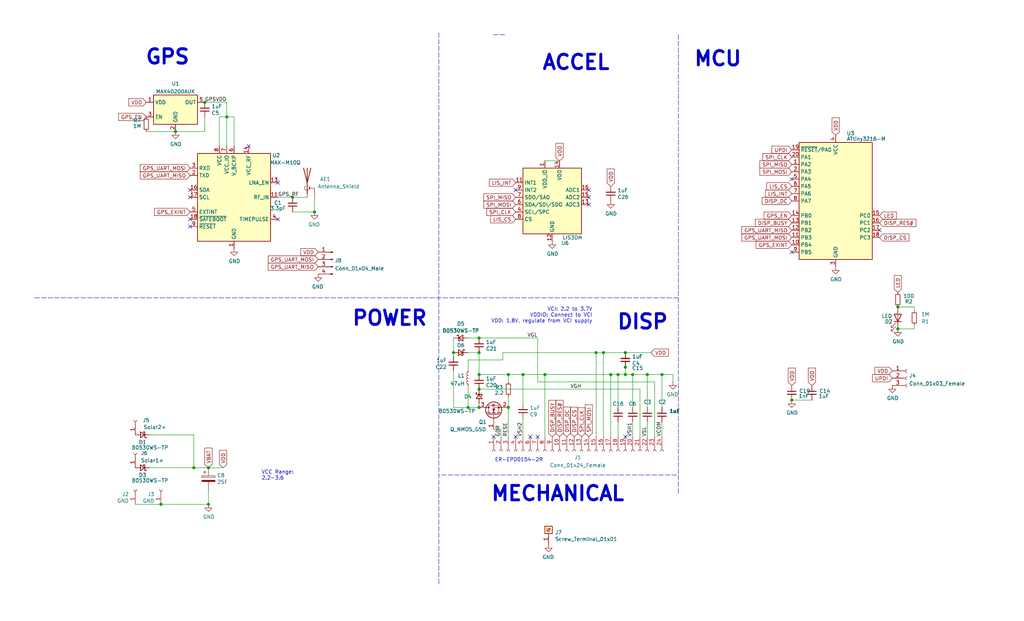
<source format=kicad_sch>
(kicad_sch (version 20211123) (generator eeschema)
  (paper "USLegal")
  (lib_symbols
    (symbol "Analog_Switch:MAX40200AUK"
      (property "Reference" "U" (at -6.35 6.35 0))
      (property "Value" "MAX40200AUK" (at 7.62 6.35 0))
      (symbol "MAX40200AUK_1_1"
        (rectangle (start -7.62 -5.08) (end 7.62 5.08) (stroke (width 0.254)) (fill (type background)))
        (pin power_in line (at -10.16 2.54 0) (length 2.54) (name "VDD") (number "1"))
        (pin power_in line (at 0 -7.62 90) (length 2.54) (name "GND") (number "2"))
        (pin input line (at -10.16 -2.54 0) (length 2.54) (name "EN") (number "3"))
        (pin no_connect line (at 7.62 -2.54 180) (length 2.54) hide (name "NC") (number "4"))
        (pin passive line (at 10.16 2.54 180) (length 2.54) (name "OUT") (number "5"))
      )
    )
    (symbol "Connector:Conn_01x01_Female" (pin_names (offset 1.016) hide)
      (property "Reference" "J" (at 0 2.54 0))
      (property "Value" "Conn_01x01_Female" (at 0 -2.54 0))
      (symbol "Conn_01x01_Female_1_1"
        (polyline (pts (xy -1.27 0) (xy -0.508 0)) (stroke (width 0.1524)))
        (arc (start 0 0.508) (mid -0.508 0) (end 0 -0.508) (stroke (width 0.1524)))
        (pin passive line (at -5.08 0 0) (length 3.81) (name "Pin_1") (number "1"))
      )
    )
    (symbol "Connector:Conn_01x03_Female" (pin_names (offset 1.016) hide)
      (property "Reference" "J" (at 0 5.08 0))
      (property "Value" "Conn_01x03_Female" (at 0 -5.08 0))
      (symbol "Conn_01x03_Female_1_1"
        (arc (start 0 -2.032) (mid -0.508 -2.54) (end 0 -3.048) (stroke (width 0.1524)))
        (polyline (pts (xy -1.27 -2.54) (xy -0.508 -2.54)) (stroke (width 0.1524)))
        (polyline (pts (xy -1.27 0) (xy -0.508 0)) (stroke (width 0.1524)))
        (polyline (pts (xy -1.27 2.54) (xy -0.508 2.54)) (stroke (width 0.1524)))
        (arc (start 0 0.508) (mid -0.508 0) (end 0 -0.508) (stroke (width 0.1524)))
        (arc (start 0 3.048) (mid -0.508 2.54) (end 0 2.032) (stroke (width 0.1524)))
        (pin passive line (at -5.08 2.54 0) (length 3.81) (name "Pin_1") (number "1"))
        (pin passive line (at -5.08 0 0) (length 3.81) (name "Pin_2") (number "2"))
        (pin passive line (at -5.08 -2.54 0) (length 3.81) (name "Pin_3") (number "3"))
      )
    )
    (symbol "Connector:Conn_01x04_Male" (pin_names (offset 1.016) hide)
      (property "Reference" "J" (at 0 5.08 0))
      (property "Value" "Conn_01x04_Male" (at 0 -7.62 0))
      (symbol "Conn_01x04_Male_1_1"
        (polyline (pts (xy 1.27 -5.08) (xy 0.8636 -5.08)) (stroke (width 0.1524)))
        (polyline (pts (xy 1.27 -2.54) (xy 0.8636 -2.54)) (stroke (width 0.1524)))
        (polyline (pts (xy 1.27 0) (xy 0.8636 0)) (stroke (width 0.1524)))
        (polyline (pts (xy 1.27 2.54) (xy 0.8636 2.54)) (stroke (width 0.1524)))
        (rectangle (start 0.8636 -4.953) (end 0 -5.207) (stroke (width 0.1524)) (fill (type outline)))
        (rectangle (start 0.8636 -2.413) (end 0 -2.667) (stroke (width 0.1524)) (fill (type outline)))
        (rectangle (start 0.8636 0.127) (end 0 -0.127) (stroke (width 0.1524)) (fill (type outline)))
        (rectangle (start 0.8636 2.667) (end 0 2.413) (stroke (width 0.1524)) (fill (type outline)))
        (pin passive line (at 5.08 2.54 180) (length 3.81) (name "Pin_1") (number "1"))
        (pin passive line (at 5.08 0 180) (length 3.81) (name "Pin_2") (number "2"))
        (pin passive line (at 5.08 -2.54 180) (length 3.81) (name "Pin_3") (number "3"))
        (pin passive line (at 5.08 -5.08 180) (length 3.81) (name "Pin_4") (number "4"))
      )
    )
    (symbol "Connector:Conn_01x24_Female" (pin_names (offset 1.016) hide)
      (property "Reference" "J" (at 0 30.48 0))
      (property "Value" "Conn_01x24_Female" (at 0 -33.02 0))
      (symbol "Conn_01x24_Female_1_1"
        (arc (start 0 -29.972) (mid -0.508 -30.48) (end 0 -30.988) (stroke (width 0.1524)))
        (arc (start 0 -27.432) (mid -0.508 -27.94) (end 0 -28.448) (stroke (width 0.1524)))
        (arc (start 0 -24.892) (mid -0.508 -25.4) (end 0 -25.908) (stroke (width 0.1524)))
        (arc (start 0 -22.352) (mid -0.508 -22.86) (end 0 -23.368) (stroke (width 0.1524)))
        (arc (start 0 -19.812) (mid -0.508 -20.32) (end 0 -20.828) (stroke (width 0.1524)))
        (arc (start 0 -17.272) (mid -0.508 -17.78) (end 0 -18.288) (stroke (width 0.1524)))
        (arc (start 0 -14.732) (mid -0.508 -15.24) (end 0 -15.748) (stroke (width 0.1524)))
        (arc (start 0 -12.192) (mid -0.508 -12.7) (end 0 -13.208) (stroke (width 0.1524)))
        (arc (start 0 -9.652) (mid -0.508 -10.16) (end 0 -10.668) (stroke (width 0.1524)))
        (arc (start 0 -7.112) (mid -0.508 -7.62) (end 0 -8.128) (stroke (width 0.1524)))
        (arc (start 0 -4.572) (mid -0.508 -5.08) (end 0 -5.588) (stroke (width 0.1524)))
        (arc (start 0 -2.032) (mid -0.508 -2.54) (end 0 -3.048) (stroke (width 0.1524)))
        (polyline (pts (xy -1.27 -30.48) (xy -0.508 -30.48)) (stroke (width 0.1524)))
        (polyline (pts (xy -1.27 -27.94) (xy -0.508 -27.94)) (stroke (width 0.1524)))
        (polyline (pts (xy -1.27 -25.4) (xy -0.508 -25.4)) (stroke (width 0.1524)))
        (polyline (pts (xy -1.27 -22.86) (xy -0.508 -22.86)) (stroke (width 0.1524)))
        (polyline (pts (xy -1.27 -20.32) (xy -0.508 -20.32)) (stroke (width 0.1524)))
        (polyline (pts (xy -1.27 -17.78) (xy -0.508 -17.78)) (stroke (width 0.1524)))
        (polyline (pts (xy -1.27 -15.24) (xy -0.508 -15.24)) (stroke (width 0.1524)))
        (polyline (pts (xy -1.27 -12.7) (xy -0.508 -12.7)) (stroke (width 0.1524)))
        (polyline (pts (xy -1.27 -10.16) (xy -0.508 -10.16)) (stroke (width 0.1524)))
        (polyline (pts (xy -1.27 -7.62) (xy -0.508 -7.62)) (stroke (width 0.1524)))
        (polyline (pts (xy -1.27 -5.08) (xy -0.508 -5.08)) (stroke (width 0.1524)))
        (polyline (pts (xy -1.27 -2.54) (xy -0.508 -2.54)) (stroke (width 0.1524)))
        (polyline (pts (xy -1.27 0) (xy -0.508 0)) (stroke (width 0.1524)))
        (polyline (pts (xy -1.27 2.54) (xy -0.508 2.54)) (stroke (width 0.1524)))
        (polyline (pts (xy -1.27 5.08) (xy -0.508 5.08)) (stroke (width 0.1524)))
        (polyline (pts (xy -1.27 7.62) (xy -0.508 7.62)) (stroke (width 0.1524)))
        (polyline (pts (xy -1.27 10.16) (xy -0.508 10.16)) (stroke (width 0.1524)))
        (polyline (pts (xy -1.27 12.7) (xy -0.508 12.7)) (stroke (width 0.1524)))
        (polyline (pts (xy -1.27 15.24) (xy -0.508 15.24)) (stroke (width 0.1524)))
        (polyline (pts (xy -1.27 17.78) (xy -0.508 17.78)) (stroke (width 0.1524)))
        (polyline (pts (xy -1.27 20.32) (xy -0.508 20.32)) (stroke (width 0.1524)))
        (polyline (pts (xy -1.27 22.86) (xy -0.508 22.86)) (stroke (width 0.1524)))
        (polyline (pts (xy -1.27 25.4) (xy -0.508 25.4)) (stroke (width 0.1524)))
        (polyline (pts (xy -1.27 27.94) (xy -0.508 27.94)) (stroke (width 0.1524)))
        (arc (start 0 0.508) (mid -0.508 0) (end 0 -0.508) (stroke (width 0.1524)))
        (arc (start 0 3.048) (mid -0.508 2.54) (end 0 2.032) (stroke (width 0.1524)))
        (arc (start 0 5.588) (mid -0.508 5.08) (end 0 4.572) (stroke (width 0.1524)))
        (arc (start 0 8.128) (mid -0.508 7.62) (end 0 7.112) (stroke (width 0.1524)))
        (arc (start 0 10.668) (mid -0.508 10.16) (end 0 9.652) (stroke (width 0.1524)))
        (arc (start 0 13.208) (mid -0.508 12.7) (end 0 12.192) (stroke (width 0.1524)))
        (arc (start 0 15.748) (mid -0.508 15.24) (end 0 14.732) (stroke (width 0.1524)))
        (arc (start 0 18.288) (mid -0.508 17.78) (end 0 17.272) (stroke (width 0.1524)))
        (arc (start 0 20.828) (mid -0.508 20.32) (end 0 19.812) (stroke (width 0.1524)))
        (arc (start 0 23.368) (mid -0.508 22.86) (end 0 22.352) (stroke (width 0.1524)))
        (arc (start 0 25.908) (mid -0.508 25.4) (end 0 24.892) (stroke (width 0.1524)))
        (arc (start 0 28.448) (mid -0.508 27.94) (end 0 27.432) (stroke (width 0.1524)))
        (pin passive line (at -5.08 27.94 0) (length 3.81) (name "Pin_1") (number "1"))
        (pin passive line (at -5.08 5.08 0) (length 3.81) (name "Pin_10") (number "10"))
        (pin passive line (at -5.08 2.54 0) (length 3.81) (name "Pin_11") (number "11"))
        (pin passive line (at -5.08 0 0) (length 3.81) (name "Pin_12") (number "12"))
        (pin passive line (at -5.08 -2.54 0) (length 3.81) (name "Pin_13") (number "13"))
        (pin passive line (at -5.08 -5.08 0) (length 3.81) (name "Pin_14") (number "14"))
        (pin passive line (at -5.08 -7.62 0) (length 3.81) (name "Pin_15") (number "15"))
        (pin passive line (at -5.08 -10.16 0) (length 3.81) (name "Pin_16") (number "16"))
        (pin passive line (at -5.08 -12.7 0) (length 3.81) (name "Pin_17") (number "17"))
        (pin passive line (at -5.08 -15.24 0) (length 3.81) (name "Pin_18") (number "18"))
        (pin passive line (at -5.08 -17.78 0) (length 3.81) (name "Pin_19") (number "19"))
        (pin passive line (at -5.08 25.4 0) (length 3.81) (name "Pin_2") (number "2"))
        (pin passive line (at -5.08 -20.32 0) (length 3.81) (name "Pin_20") (number "20"))
        (pin passive line (at -5.08 -22.86 0) (length 3.81) (name "Pin_21") (number "21"))
        (pin passive line (at -5.08 -25.4 0) (length 3.81) (name "Pin_22") (number "22"))
        (pin passive line (at -5.08 -27.94 0) (length 3.81) (name "Pin_23") (number "23"))
        (pin passive line (at -5.08 -30.48 0) (length 3.81) (name "Pin_24") (number "24"))
        (pin passive line (at -5.08 22.86 0) (length 3.81) (name "Pin_3") (number "3"))
        (pin passive line (at -5.08 20.32 0) (length 3.81) (name "Pin_4") (number "4"))
        (pin passive line (at -5.08 17.78 0) (length 3.81) (name "Pin_5") (number "5"))
        (pin passive line (at -5.08 15.24 0) (length 3.81) (name "Pin_6") (number "6"))
        (pin passive line (at -5.08 12.7 0) (length 3.81) (name "Pin_7") (number "7"))
        (pin passive line (at -5.08 10.16 0) (length 3.81) (name "Pin_8") (number "8"))
        (pin passive line (at -5.08 7.62 0) (length 3.81) (name "Pin_9") (number "9"))
      )
    )
    (symbol "Connector:Screw_Terminal_01x01" (pin_names (offset 1.016) hide)
      (property "Reference" "J" (at 0 2.54 0))
      (property "Value" "Screw_Terminal_01x01" (at 0 -2.54 0))
      (symbol "Screw_Terminal_01x01_1_1"
        (rectangle (start -1.27 1.27) (end 1.27 -1.27) (stroke (width 0.254)) (fill (type background)))
        (polyline (pts (xy -0.5334 0.3302) (xy 0.3302 -0.508)) (stroke (width 0.1524)))
        (polyline (pts (xy -0.3556 0.508) (xy 0.508 -0.3302)) (stroke (width 0.1524)))
        (circle (center 0 0) (radius 0.635) (stroke (width 0.1524)))
        (pin passive line (at -5.08 0 0) (length 3.81) (name "Pin_1") (number "1"))
      )
    )
    (symbol "Device:Antenna_Shield" (pin_numbers hide) (pin_names (offset 1.016) hide)
      (property "Reference" "AE" (at -1.905 4.445 0))
      (property "Value" "Antenna_Shield" (at -1.905 2.54 0))
      (symbol "Antenna_Shield_0_1"
        (arc (start -0.508 -1.143) (mid -0.8485 -2.1032) (end 0 -2.667))
        (arc (start 0 -2.667) (mid 0.8047 -2.0885) (end 0.508 -1.143))
        (polyline (pts (xy 0 -2.54) (xy 0 0)))
        (polyline (pts (xy 0 5.08) (xy 0 -3.81)) (stroke (width 0.254)))
        (polyline (pts (xy 0.762 -1.905) (xy 2.54 -1.905)))
        (polyline (pts (xy 2.54 -2.54) (xy 2.54 -1.905)))
        (polyline (pts (xy 1.27 5.08) (xy 0 0) (xy -1.27 5.08)) (stroke (width 0.254)))
        (circle (center 0.762 -1.905) (radius 0.1778) (fill (type outline)))
      )
      (symbol "Antenna_Shield_1_1"
        (pin input line (at 0 -5.08 90) (length 2.54) (name "A") (number "1"))
        (pin input line (at 2.54 -5.08 90) (length 2.54) (name "Shield") (number "2"))
      )
    )
    (symbol "Device:CP" (pin_numbers hide) (pin_names (offset 0.254))
      (property "Reference" "C" (at 0.635 2.54 0))
      (property "Value" "Device_CP" (at 0.635 -2.54 0))
      (symbol "CP_0_1"
        (rectangle (start -2.286 0.508) (end 2.286 1.016))
        (polyline (pts (xy -1.778 2.286) (xy -0.762 2.286)))
        (polyline (pts (xy -1.27 2.794) (xy -1.27 1.778)))
        (rectangle (start 2.286 -0.508) (end -2.286 -1.016) (fill (type outline)))
      )
      (symbol "CP_1_1"
        (pin passive line (at 0 3.81 270) (length 2.794) (name "~") (number "1"))
        (pin passive line (at 0 -3.81 90) (length 2.794) (name "~") (number "2"))
      )
    )
    (symbol "Device:C_Small" (pin_numbers hide) (pin_names (offset 0.254) hide)
      (property "Reference" "C" (at 0.254 1.778 0))
      (property "Value" "C_Small" (at 0.254 -2.032 0))
      (symbol "C_Small_0_1"
        (polyline (pts (xy -1.524 -0.508) (xy 1.524 -0.508)) (stroke (width 0.3302)))
        (polyline (pts (xy -1.524 0.508) (xy 1.524 0.508)) (stroke (width 0.3048)))
      )
      (symbol "C_Small_1_1"
        (pin passive line (at 0 2.54 270) (length 2.032) (name "~") (number "1"))
        (pin passive line (at 0 -2.54 90) (length 2.032) (name "~") (number "2"))
      )
    )
    (symbol "Device:D_Schottky_Small" (pin_numbers hide) (pin_names (offset 0.254) hide)
      (property "Reference" "D" (at -1.27 2.032 0))
      (property "Value" "D_Schottky_Small" (at -7.112 -2.032 0))
      (symbol "D_Schottky_Small_0_1"
        (polyline (pts (xy -0.762 0) (xy 0.762 0)))
        (polyline (pts (xy 0.762 -1.016) (xy -0.762 0) (xy 0.762 1.016) (xy 0.762 -1.016)) (stroke (width 0.254)))
        (polyline (pts (xy -1.27 0.762) (xy -1.27 1.016) (xy -0.762 1.016) (xy -0.762 -1.016) (xy -0.254 -1.016) (xy -0.254 -0.762)) (stroke (width 0.254)))
      )
      (symbol "D_Schottky_Small_1_1"
        (pin passive line (at -2.54 0 0) (length 1.778) (name "K") (number "1"))
        (pin passive line (at 2.54 0 180) (length 1.778) (name "A") (number "2"))
      )
    )
    (symbol "Device:LED" (pin_numbers hide) (pin_names (offset 1.016) hide)
      (property "Reference" "D" (at 0 2.54 0))
      (property "Value" "LED" (at 0 -2.54 0))
      (symbol "LED_0_1"
        (polyline (pts (xy -1.27 -1.27) (xy -1.27 1.27)) (stroke (width 0.254)))
        (polyline (pts (xy -1.27 0) (xy 1.27 0)))
        (polyline (pts (xy 1.27 -1.27) (xy 1.27 1.27) (xy -1.27 0) (xy 1.27 -1.27)) (stroke (width 0.254)))
        (polyline (pts (xy -3.048 -0.762) (xy -4.572 -2.286) (xy -3.81 -2.286) (xy -4.572 -2.286) (xy -4.572 -1.524)))
        (polyline (pts (xy -1.778 -0.762) (xy -3.302 -2.286) (xy -2.54 -2.286) (xy -3.302 -2.286) (xy -3.302 -1.524)))
      )
      (symbol "LED_1_1"
        (pin passive line (at -3.81 0 0) (length 2.54) (name "K") (number "1"))
        (pin passive line (at 3.81 0 180) (length 2.54) (name "A") (number "2"))
      )
    )
    (symbol "Device:L_Small" (pin_numbers hide) (pin_names (offset 0.254) hide)
      (property "Reference" "L" (at 0.762 1.016 0))
      (property "Value" "L_Small" (at 0.762 -1.016 0))
      (symbol "L_Small_0_1"
        (arc (start 0 -2.032) (mid 0.508 -1.524) (end 0 -1.016))
        (arc (start 0 -1.016) (mid 0.508 -0.508) (end 0 0))
        (arc (start 0 0) (mid 0.508 0.508) (end 0 1.016))
        (arc (start 0 1.016) (mid 0.508 1.524) (end 0 2.032))
      )
      (symbol "L_Small_1_1"
        (pin passive line (at 0 2.54 270) (length 0.508) (name "~") (number "1"))
        (pin passive line (at 0 -2.54 90) (length 0.508) (name "~") (number "2"))
      )
    )
    (symbol "Device:Q_NMOS_GSD" (pin_names (offset 0) hide)
      (property "Reference" "Q" (at 5.08 1.27 0))
      (property "Value" "Q_NMOS_GSD" (at 5.08 -1.27 0))
      (symbol "Q_NMOS_GSD_0_1"
        (polyline (pts (xy 0.254 0) (xy -2.54 0)))
        (polyline (pts (xy 0.254 1.905) (xy 0.254 -1.905)) (stroke (width 0.254)))
        (polyline (pts (xy 0.762 -1.27) (xy 0.762 -2.286)) (stroke (width 0.254)))
        (polyline (pts (xy 0.762 0.508) (xy 0.762 -0.508)) (stroke (width 0.254)))
        (polyline (pts (xy 0.762 2.286) (xy 0.762 1.27)) (stroke (width 0.254)))
        (polyline (pts (xy 2.54 2.54) (xy 2.54 1.778)))
        (polyline (pts (xy 2.54 -2.54) (xy 2.54 0) (xy 0.762 0)))
        (polyline (pts (xy 0.762 -1.778) (xy 3.302 -1.778) (xy 3.302 1.778) (xy 0.762 1.778)))
        (polyline (pts (xy 1.016 0) (xy 2.032 0.381) (xy 2.032 -0.381) (xy 1.016 0)) (fill (type outline)))
        (polyline (pts (xy 2.794 0.508) (xy 2.921 0.381) (xy 3.683 0.381) (xy 3.81 0.254)))
        (polyline (pts (xy 3.302 0.381) (xy 2.921 -0.254) (xy 3.683 -0.254) (xy 3.302 0.381)))
        (circle (center 1.651 0) (radius 2.794) (stroke (width 0.254)))
        (circle (center 2.54 -1.778) (radius 0.254) (fill (type outline)))
        (circle (center 2.54 1.778) (radius 0.254) (fill (type outline)))
      )
      (symbol "Q_NMOS_GSD_1_1"
        (pin input line (at -5.08 0 0) (length 2.54) (name "G") (number "1"))
        (pin passive line (at 2.54 -5.08 90) (length 2.54) (name "S") (number "2"))
        (pin passive line (at 2.54 5.08 270) (length 2.54) (name "D") (number "3"))
      )
    )
    (symbol "Device:R_Small" (pin_numbers hide) (pin_names (offset 0.254) hide)
      (property "Reference" "R" (at 0.762 0.508 0))
      (property "Value" "R_Small" (at 0.762 -1.016 0))
      (symbol "R_Small_0_1"
        (rectangle (start -0.762 1.778) (end 0.762 -1.778) (stroke (width 0.2032)))
      )
      (symbol "R_Small_1_1"
        (pin passive line (at 0 2.54 270) (length 0.762) (name "~") (number "1"))
        (pin passive line (at 0 -2.54 90) (length 0.762) (name "~") (number "2"))
      )
    )
    (symbol "MCU_Microchip_ATtiny:ATtiny3216-M"
      (property "Reference" "U" (at -12.7 21.59 0))
      (property "Value" "ATtiny3216-M" (at 2.54 -21.59 0))
      (symbol "ATtiny3216-M_0_1"
        (rectangle (start -12.7 -20.32) (end 12.7 20.32) (stroke (width 0.254)) (fill (type background)))
      )
      (symbol "ATtiny3216-M_1_1"
        (pin bidirectional line (at 15.24 12.7 180) (length 2.54) (name "PA2") (number "1"))
        (pin bidirectional line (at 15.24 -15.24 180) (length 2.54) (name "PB4") (number "10"))
        (pin bidirectional line (at 15.24 -12.7 180) (length 2.54) (name "PB3") (number "11"))
        (pin bidirectional line (at 15.24 -10.16 180) (length 2.54) (name "PB2") (number "12"))
        (pin bidirectional line (at 15.24 -7.62 180) (length 2.54) (name "PB1") (number "13"))
        (pin bidirectional line (at 15.24 -5.08 180) (length 2.54) (name "PB0") (number "14"))
        (pin bidirectional line (at -15.24 -5.08 0) (length 2.54) (name "PC0") (number "15"))
        (pin bidirectional line (at -15.24 -7.62 0) (length 2.54) (name "PC1") (number "16"))
        (pin bidirectional line (at -15.24 -10.16 0) (length 2.54) (name "PC2") (number "17"))
        (pin bidirectional line (at -15.24 -12.7 0) (length 2.54) (name "PC3") (number "18"))
        (pin bidirectional line (at 15.24 17.78 180) (length 2.54) (name "~{RESET}/PA0") (number "19"))
        (pin bidirectional line (at 15.24 10.16 180) (length 2.54) (name "PA3") (number "2"))
        (pin bidirectional line (at 15.24 15.24 180) (length 2.54) (name "PA1") (number "20"))
        (pin passive line (at 0 -22.86 90) (length 2.54) hide (name "GND") (number "21"))
        (pin power_in line (at 0 -22.86 90) (length 2.54) (name "GND") (number "3"))
        (pin power_in line (at 0 22.86 270) (length 2.54) (name "VCC") (number "4"))
        (pin bidirectional line (at 15.24 7.62 180) (length 2.54) (name "PA4") (number "5"))
        (pin bidirectional line (at 15.24 5.08 180) (length 2.54) (name "PA5") (number "6"))
        (pin bidirectional line (at 15.24 2.54 180) (length 2.54) (name "PA6") (number "7"))
        (pin bidirectional line (at 15.24 0 180) (length 2.54) (name "PA7") (number "8"))
        (pin bidirectional line (at 15.24 -17.78 180) (length 2.54) (name "PB5") (number "9"))
      )
    )
    (symbol "RF_GPS:MAX-M8Q"
      (property "Reference" "U" (at -10.16 16.51 0))
      (property "Value" "MAX-M8Q" (at 11.43 16.51 0))
      (symbol "MAX-M8Q_0_1"
        (rectangle (start 12.7 15.24) (end -12.7 -15.24) (stroke (width 0.254)) (fill (type background)))
      )
      (symbol "MAX-M8Q_1_1"
        (pin power_in line (at 0 -17.78 90) (length 2.54) (name "GND") (number "1"))
        (pin passive line (at 0 -17.78 90) (length 2.54) hide (name "GND") (number "10"))
        (pin input line (at 15.24 0 180) (length 2.54) (name "RF_IN") (number "11"))
        (pin passive line (at 0 -17.78 90) (length 2.54) hide (name "GND") (number "12"))
        (pin output line (at 15.24 5.08 180) (length 2.54) (name "LNA_EN") (number "13"))
        (pin power_out line (at 5.08 17.78 270) (length 2.54) (name "VCC_RF") (number "14"))
        (pin no_connect line (at 12.7 -5.08 180) (length 2.54) hide (name "Reserved") (number "15"))
        (pin bidirectional line (at -15.24 2.54 0) (length 2.54) (name "SDA") (number "16"))
        (pin input line (at -15.24 0 0) (length 2.54) (name "SCL") (number "17"))
        (pin input line (at -15.24 -7.62 0) (length 2.54) (name "~{SAFEBOOT}") (number "18"))
        (pin output line (at -15.24 7.62 0) (length 2.54) (name "TXD") (number "2"))
        (pin input line (at -15.24 10.16 0) (length 2.54) (name "RXD") (number "3"))
        (pin output line (at 15.24 -7.62 180) (length 2.54) (name "TIMEPULSE") (number "4"))
        (pin input line (at -15.24 -5.08 0) (length 2.54) (name "EXTINT") (number "5"))
        (pin power_in line (at 0 17.78 270) (length 2.54) (name "V_BCKP") (number "6"))
        (pin power_in line (at -2.54 17.78 270) (length 2.54) (name "VCC_IO") (number "7"))
        (pin power_in line (at -5.08 17.78 270) (length 2.54) (name "VCC") (number "8"))
        (pin input line (at -15.24 -10.16 0) (length 2.54) (name "~{RESET}") (number "9"))
      )
    )
    (symbol "Sensor_Motion:LIS3DH"
      (property "Reference" "U" (at -7.62 11.43 0))
      (property "Value" "LIS3DH" (at 6.35 11.43 0))
      (symbol "LIS3DH_0_1"
        (rectangle (start -10.16 10.16) (end 10.16 -12.7) (stroke (width 0.254)) (fill (type background)))
      )
      (symbol "LIS3DH_1_1"
        (pin power_in line (at -2.54 12.7 270) (length 2.54) (name "VDD_IO") (number "1"))
        (pin passive line (at 0 -15.24 90) (length 2.54) hide (name "GND") (number "10"))
        (pin output line (at -12.7 5.08 0) (length 2.54) (name "INT1") (number "11"))
        (pin power_in line (at 0 -15.24 90) (length 2.54) (name "GND") (number "12"))
        (pin input line (at 12.7 -2.54 180) (length 2.54) (name "ADC3") (number "13"))
        (pin power_in line (at 2.54 12.7 270) (length 2.54) (name "VDD") (number "14"))
        (pin input line (at 12.7 0 180) (length 2.54) (name "ADC2") (number "15"))
        (pin input line (at 12.7 2.54 180) (length 2.54) (name "ADC1") (number "16"))
        (pin no_connect line (at 10.16 5.08 180) (length 2.54) hide (name "NC") (number "2"))
        (pin no_connect line (at 10.16 7.62 180) (length 2.54) hide (name "NC") (number "3"))
        (pin input line (at -12.7 -5.08 0) (length 2.54) (name "SCL/SPC") (number "4"))
        (pin passive line (at 0 -15.24 90) (length 2.54) hide (name "GND") (number "5"))
        (pin bidirectional line (at -12.7 -2.54 0) (length 2.54) (name "SDA/SDI/SDO") (number "6"))
        (pin bidirectional line (at -12.7 0 0) (length 2.54) (name "SDO/SA0") (number "7"))
        (pin input line (at -12.7 -7.62 0) (length 2.54) (name "CS") (number "8"))
        (pin output line (at -12.7 2.54 0) (length 2.54) (name "INT2") (number "9"))
      )
    )
    (symbol "power:GND" (power) (pin_names (offset 0))
      (property "Value" "GND" (at 0 -3.81 0))
      (symbol "GND_0_1"
        (polyline (pts (xy 0 0) (xy 0 -1.27) (xy 1.27 -1.27) (xy 0 -2.54) (xy -1.27 -1.27) (xy 0 -1.27)))
      )
      (symbol "GND_1_1"
        (pin power_in line (at 0 0 270) (length 0) hide (name "GND") (number "1"))
      )
    )
  )
  (junction (at 274.955 139.065))
  (junction (at 176.53 141.605))
  (junction (at 229.87 130.175))
  (junction (at 217.17 130.175))
  (junction (at 166.37 122.555))
  (junction (at 157.48 122.555))
  (junction (at 166.37 130.175))
  (junction (at 189.23 130.175))
  (junction (at 162.56 141.605))
  (junction (at 217.17 127.635))
  (junction (at 207.01 122.555))
  (junction (at 101.6 68.58))
  (junction (at 72.39 162.56))
  (junction (at 166.37 117.475))
  (junction (at 176.53 130.175))
  (junction (at 209.55 122.555))
  (junction (at 214.63 130.175))
  (junction (at 78.74 40.64))
  (junction (at 219.71 130.175))
  (junction (at 72.39 175.26))
  (junction (at 109.22 73.66))
  (junction (at 311.785 106.68))
  (junction (at 224.79 130.175))
  (junction (at 181.61 130.175))
  (junction (at 166.37 135.255))
  (junction (at 71.12 35.56))
  (junction (at 60.96 45.72))
  (junction (at 67.31 162.56))
  (junction (at 311.785 114.3))
  (junction (at 55.88 175.26))
  (junction (at 217.17 122.555))
  (junction (at 166.37 141.605))
  (junction (at 212.09 130.175))
  (no_connect (at 66.04 68.58))
  (no_connect (at 96.52 63.5))
  (no_connect (at 171.45 151.765))
  (no_connect (at 86.36 50.8))
  (no_connect (at 184.15 151.765))
  (no_connect (at 186.69 151.765))
  (no_connect (at 66.04 76.2))
  (no_connect (at 204.47 71.12))
  (no_connect (at 204.47 68.58))
  (no_connect (at 305.435 80.01))
  (no_connect (at 274.955 87.63))
  (no_connect (at 179.07 66.04))
  (no_connect (at 274.955 62.23))
  (no_connect (at 204.47 66.04))
  (no_connect (at 66.04 78.74))
  (no_connect (at 179.07 151.765))
  (no_connect (at 217.17 151.765))
  (no_connect (at 66.04 66.04))
  (no_connect (at 96.52 76.2))
  (wire (pts (xy 217.17 122.555) (xy 209.55 122.555)))
  (wire (pts (xy 174.625 122.555) (xy 174.625 125.095)))
  (wire (pts (xy 233.68 130.175) (xy 229.87 130.175)))
  (wire (pts (xy 186.69 132.715) (xy 227.33 132.715)))
  (wire (pts (xy 311.785 106.68) (xy 317.5 106.68)))
  (wire (pts (xy 207.01 151.765) (xy 207.01 122.555)))
  (wire (pts (xy 317.5 106.68) (xy 317.5 107.95)))
  (wire (pts (xy 209.55 122.555) (xy 207.01 122.555)))
  (wire (pts (xy 72.39 162.56) (xy 77.47 162.56)))
  (wire (pts (xy 229.87 130.175) (xy 229.87 141.605)))
  (wire (pts (xy 101.6 73.66) (xy 109.22 73.66)))
  (wire (pts (xy 173.99 149.225) (xy 173.99 151.765)))
  (wire (pts (xy 78.74 35.56) (xy 71.12 35.56)))
  (wire (pts (xy 214.63 130.175) (xy 212.09 130.175)))
  (wire (pts (xy 166.37 141.605) (xy 166.37 140.335)))
  (wire (pts (xy 55.88 175.26) (xy 72.39 175.26)))
  (wire (pts (xy 207.01 122.555) (xy 174.625 122.555)))
  (wire (pts (xy 212.09 130.175) (xy 189.23 130.175)))
  (wire (pts (xy 171.45 149.225) (xy 173.99 149.225)))
  (wire (pts (xy 176.53 130.175) (xy 176.53 132.715)))
  (wire (pts (xy 50.8 45.72) (xy 60.96 45.72)))
  (wire (pts (xy 219.71 130.175) (xy 217.17 130.175)))
  (wire (pts (xy 157.48 117.475) (xy 157.48 122.555)))
  (wire (pts (xy 233.68 130.175) (xy 233.68 132.715)))
  (wire (pts (xy 157.48 141.605) (xy 162.56 141.605)))
  (wire (pts (xy 72.39 162.56) (xy 67.31 162.56)))
  (wire (pts (xy 181.61 130.175) (xy 181.61 140.335)))
  (wire (pts (xy 209.55 122.555) (xy 209.55 151.765)))
  (wire (pts (xy 166.37 117.475) (xy 162.56 117.475)))
  (polyline (pts (xy 12.065 103.505) (xy 235.585 103.505)))
  (wire (pts (xy 52.07 151.13) (xy 67.31 151.13)))
  (wire (pts (xy 166.37 122.555) (xy 166.37 130.175)))
  (wire (pts (xy 81.28 50.8) (xy 81.28 40.64)))
  (wire (pts (xy 224.79 146.685) (xy 224.79 151.765)))
  (wire (pts (xy 166.37 117.475) (xy 186.69 117.475)))
  (wire (pts (xy 217.17 127.635) (xy 217.17 130.175)))
  (wire (pts (xy 78.74 40.64) (xy 76.2 40.64)))
  (wire (pts (xy 219.71 130.175) (xy 219.71 141.605)))
  (wire (pts (xy 96.52 68.58) (xy 101.6 68.58)))
  (wire (pts (xy 186.69 117.475) (xy 186.69 132.715)))
  (wire (pts (xy 274.955 139.065) (xy 281.94 139.065)))
  (wire (pts (xy 189.23 130.175) (xy 181.61 130.175)))
  (wire (pts (xy 46.99 175.26) (xy 55.88 175.26)))
  (polyline (pts (xy 234.95 165.1) (xy 152.4 165.1)))
  (wire (pts (xy 229.87 130.175) (xy 224.79 130.175)))
  (wire (pts (xy 227.33 151.765) (xy 227.33 132.715)))
  (wire (pts (xy 109.22 73.66) (xy 109.22 68.58)))
  (wire (pts (xy 52.07 162.56) (xy 67.31 162.56)))
  (wire (pts (xy 67.31 151.13) (xy 67.31 162.56)))
  (wire (pts (xy 76.2 40.64) (xy 76.2 50.8)))
  (wire (pts (xy 219.71 146.685) (xy 219.71 151.765)))
  (polyline (pts (xy 235.585 171.45) (xy 235.585 12.065)))
  (wire (pts (xy 71.12 45.72) (xy 71.12 40.64)))
  (polyline (pts (xy 152.4 11.43) (xy 152.4 203.2)))
  (wire (pts (xy 214.63 130.175) (xy 214.63 141.605)))
  (wire (pts (xy 217.17 130.175) (xy 214.63 130.175)))
  (wire (pts (xy 181.61 130.175) (xy 176.53 130.175)))
  (wire (pts (xy 189.23 130.175) (xy 189.23 151.765)))
  (wire (pts (xy 81.28 40.64) (xy 78.74 40.64)))
  (wire (pts (xy 157.48 128.905) (xy 157.48 141.605)))
  (wire (pts (xy 222.25 135.255) (xy 222.25 151.765)))
  (wire (pts (xy 162.56 125.095) (xy 162.56 128.905)))
  (polyline (pts (xy 175.26 12.065) (xy 171.45 12.065)))
  (wire (pts (xy 229.87 146.685) (xy 229.87 151.765)))
  (wire (pts (xy 166.37 130.175) (xy 176.53 130.175)))
  (wire (pts (xy 222.25 135.255) (xy 166.37 135.255)))
  (wire (pts (xy 226.06 122.555) (xy 217.17 122.555)))
  (wire (pts (xy 78.74 35.56) (xy 78.74 40.64)))
  (wire (pts (xy 166.37 122.555) (xy 162.56 122.555)))
  (wire (pts (xy 157.48 122.555) (xy 157.48 123.825)))
  (wire (pts (xy 311.785 114.3) (xy 317.5 114.3)))
  (wire (pts (xy 317.5 114.3) (xy 317.5 113.03)))
  (wire (pts (xy 176.53 141.605) (xy 176.53 151.765)))
  (wire (pts (xy 212.09 130.175) (xy 212.09 151.765)))
  (wire (pts (xy 162.56 133.985) (xy 162.56 141.605)))
  (wire (pts (xy 166.37 141.605) (xy 162.56 141.605)))
  (wire (pts (xy 194.31 55.88) (xy 189.23 55.88)))
  (wire (pts (xy 60.96 45.72) (xy 71.12 45.72)))
  (wire (pts (xy 72.39 170.18) (xy 72.39 175.26)))
  (wire (pts (xy 181.61 145.415) (xy 181.61 151.765)))
  (wire (pts (xy 174.625 125.095) (xy 162.56 125.095)))
  (wire (pts (xy 101.6 68.58) (xy 106.68 68.58)))
  (wire (pts (xy 176.53 137.795) (xy 176.53 141.605)))
  (wire (pts (xy 214.63 146.685) (xy 214.63 151.765)))
  (wire (pts (xy 78.74 40.64) (xy 78.74 50.8)))
  (wire (pts (xy 224.79 130.175) (xy 219.71 130.175)))
  (wire (pts (xy 224.79 130.175) (xy 224.79 141.605)))
  (text "GPS" (at 50.165 22.86 0) (effects (font (size 5.0038 5.0038) (thickness 1.0008) bold) (justify left bottom)))
  (text "VCC Range:\n2.2-3.6" (at 90.805 167.005 0) (effects (font (size 1.27 1.27)) (justify left bottom)))
  (text "MCU" (at 240.665 23.495 0) (effects (font (size 5.0038 5.0038) (thickness 1.0008) bold) (justify left bottom)))
  (text "ACCEL" (at 187.96 24.765 0) (effects (font (size 5.0038 5.0038) (thickness 1.0008) bold) (justify left bottom)))
  (text "ER-EPD0154-2R" (at 188.595 160.655 180) (effects (font (size 1.27 1.27)) (justify right bottom)))
  (text "DISP" (at 232.41 114.935 180) (effects (font (size 5.0038 5.0038) (thickness 1.0008) bold) (justify right bottom)))
  (text "POWER" (at 121.92 113.665 0) (effects (font (size 5.0038 5.0038) (thickness 1.0008) bold) (justify left bottom)))
  (text "MECHANICAL" (at 170.18 174.625 0) (effects (font (size 5.0038 5.0038) (thickness 1.0008) bold) (justify left bottom)))
  (text "VCI: 2.2 to 3.7V\nVDDIO: Connect to VCI\nVDD: 1.8V, regulate from VCI supply" (at 205.74 112.395 0) (effects (font (size 1.27 1.27)) (justify right bottom)))
  (label "VSL" (at 224.79 151.765 90))
  (label "VSH2" (at 181.61 151.765 90))
  (label "GPSVDD" (at 71.12 35.56 0))
  (label "GPS_RF" (at 96.52 68.58 0))
  (label "VCOM" (at 229.87 151.765 90))
  (label "GDR" (at 173.99 151.765 90))
  (label "VGL" (at 186.69 117.475 180))
  (label "RESE" (at 176.53 151.765 90))
  (label "VSH1" (at 219.71 151.765 90))
  (label "VGH" (at 201.93 135.255 180))
  (global_label "SPI_MOSI" (shape input) (at 179.07 71.12 180) (property "Intersheet References" "${INTERSHEET_REFS}" (effects hide)))
  (global_label "DISP_DC" (shape input) (at 274.955 69.85 180) (property "Intersheet References" "${INTERSHEET_REFS}" (effects hide)))
  (global_label "VBAT" (shape input) (at 72.39 162.56 90) (property "Intersheet References" "${INTERSHEET_REFS}" (effects hide)))
  (global_label "LIS_CS" (shape input) (at 274.955 64.77 180) (property "Intersheet References" "${INTERSHEET_REFS}" (effects hide)))
  (global_label "SPI_MOSI" (shape input) (at 204.47 151.765 90) (property "Intersheet References" "${INTERSHEET_REFS}" (effects hide)))
  (global_label "VDD" (shape input) (at 50.8 35.56 180) (property "Intersheet References" "${INTERSHEET_REFS}" (effects hide)))
  (global_label "GPS_UART_MISO" (shape input) (at 110.49 92.71 180) (property "Intersheet References" "${INTERSHEET_REFS}" (effects hide)))
  (global_label "VDD" (shape input) (at 110.49 87.63 180) (property "Intersheet References" "${INTERSHEET_REFS}" (effects hide)))
  (global_label "VDD" (shape input) (at 309.88 128.905 180) (property "Intersheet References" "${INTERSHEET_REFS}" (effects hide)))
  (global_label "DISP_DC" (shape input) (at 196.85 151.765 90) (property "Intersheet References" "${INTERSHEET_REFS}" (effects hide)))
  (global_label "GPS_UART_MOSI" (shape input) (at 66.04 58.42 180) (property "Intersheet References" "${INTERSHEET_REFS}" (effects hide)))
  (global_label "UPDI" (shape input) (at 274.955 52.07 180) (property "Intersheet References" "${INTERSHEET_REFS}" (effects hide)))
  (global_label "LED" (shape input) (at 305.435 74.93 0) (property "Intersheet References" "${INTERSHEET_REFS}" (effects hide)))
  (global_label "GPS_EN" (shape input) (at 274.955 74.93 180) (property "Intersheet References" "${INTERSHEET_REFS}" (effects hide)))
  (global_label "GPS_UART_MISO" (shape input) (at 274.955 80.01 180) (property "Intersheet References" "${INTERSHEET_REFS}" (effects hide)))
  (global_label "GPS_UART_MOSI" (shape input) (at 274.955 82.55 180) (property "Intersheet References" "${INTERSHEET_REFS}" (effects hide)))
  (global_label "GPS_UART_MISO" (shape input) (at 66.04 60.96 180) (property "Intersheet References" "${INTERSHEET_REFS}" (effects hide)))
  (global_label "DISP_RES#" (shape input) (at 305.435 77.47 0) (property "Intersheet References" "${INTERSHEET_REFS}" (effects hide)))
  (global_label "VDD" (shape input) (at 290.195 46.99 90) (property "Intersheet References" "${INTERSHEET_REFS}" (effects hide)))
  (global_label "SPI_MISO" (shape input) (at 179.07 68.58 180) (property "Intersheet References" "${INTERSHEET_REFS}" (effects hide)))
  (global_label "UPDI" (shape input) (at 309.88 131.445 180) (property "Intersheet References" "${INTERSHEET_REFS}" (effects hide)))
  (global_label "DISP_CS" (shape input) (at 199.39 151.765 90) (property "Intersheet References" "${INTERSHEET_REFS}" (effects hide)))
  (global_label "GPS_UART_MOSI" (shape input) (at 110.49 90.17 180) (property "Intersheet References" "${INTERSHEET_REFS}" (effects hide)))
  (global_label "GPS_EN" (shape input) (at 50.8 40.64 180) (property "Intersheet References" "${INTERSHEET_REFS}" (effects hide)))
  (global_label "GPS_EXINT" (shape input) (at 274.955 85.09 180) (property "Intersheet References" "${INTERSHEET_REFS}" (effects hide)))
  (global_label "VDD" (shape input) (at 77.47 162.56 90) (property "Intersheet References" "${INTERSHEET_REFS}" (effects hide)))
  (global_label "DISP_BUSY" (shape input) (at 274.955 77.47 180) (property "Intersheet References" "${INTERSHEET_REFS}" (effects hide)))
  (global_label "SPI_CLK" (shape input) (at 179.07 73.66 180) (property "Intersheet References" "${INTERSHEET_REFS}" (effects hide)))
  (global_label "SPI_CLK" (shape input) (at 201.93 151.765 90) (property "Intersheet References" "${INTERSHEET_REFS}" (effects hide)))
  (global_label "SPI_CLK" (shape input) (at 274.955 54.61 180) (property "Intersheet References" "${INTERSHEET_REFS}" (effects hide)))
  (global_label "SPI_MISO" (shape input) (at 274.955 57.15 180) (property "Intersheet References" "${INTERSHEET_REFS}" (effects hide)))
  (global_label "LIS_INT" (shape input) (at 274.955 67.31 180) (property "Intersheet References" "${INTERSHEET_REFS}" (effects hide)))
  (global_label "SPI_MOSI" (shape input) (at 274.955 59.69 180) (property "Intersheet References" "${INTERSHEET_REFS}" (effects hide)))
  (global_label "VDD" (shape input) (at 281.94 133.985 90) (property "Intersheet References" "${INTERSHEET_REFS}" (effects hide)))
  (global_label "DISP_BUSY" (shape input) (at 191.77 151.765 90) (property "Intersheet References" "${INTERSHEET_REFS}" (effects hide)))
  (global_label "VDD" (shape input) (at 194.31 55.88 90) (property "Intersheet References" "${INTERSHEET_REFS}" (effects hide)))
  (global_label "LIS_CS" (shape input) (at 179.07 76.2 180) (property "Intersheet References" "${INTERSHEET_REFS}" (effects hide)))
  (global_label "LED" (shape input) (at 311.785 101.6 90) (property "Intersheet References" "${INTERSHEET_REFS}" (effects hide)))
  (global_label "DISP_CS" (shape input) (at 305.435 82.55 0) (property "Intersheet References" "${INTERSHEET_REFS}" (effects hide)))
  (global_label "GPS_EXINT" (shape input) (at 66.04 73.66 180) (property "Intersheet References" "${INTERSHEET_REFS}" (effects hide)))
  (global_label "VDD" (shape input) (at 226.06 122.555 0) (property "Intersheet References" "${INTERSHEET_REFS}" (effects hide)))
  (global_label "DISP_RES#" (shape input) (at 194.31 151.765 90) (property "Intersheet References" "${INTERSHEET_REFS}" (effects hide)))
  (global_label "LIS_INT" (shape input) (at 179.07 63.5 180) (property "Intersheet References" "${INTERSHEET_REFS}" (effects hide)))
  (global_label "VDD" (shape input) (at 274.955 133.985 90) (property "Intersheet References" "${INTERSHEET_REFS}" (effects hide)))
  (global_label "VDD" (shape input) (at 212.09 64.77 90) (property "Intersheet References" "${INTERSHEET_REFS}" (effects hide)))
  (symbol (lib_id "power:GND") (at 81.28 86.36 0) (unit 1)
    (property "Reference" "#PWR015" (effects hide))
    (property "Value" "GND" (at 81.407 90.7542 0))
  )
  (symbol (lib_id "RF_GPS:MAX-M8Q") (at 81.28 68.58 0) (unit 1)
    (property "Reference" "U2" (at 95.885 53.975 0))
    (property "Value" "MAX-M10Q" (at 99.06 56.515 0))
    (property "Footprint" "RF_GPS:ublox_MAX" (effects hide))
    (property "Datasheet" "https://www.u-blox.com/sites/default/files/MAX-M8-FW3_DataSheet_%28UBX-15031506%29.pdf" (effects hide))
  )
  (symbol (lib_id "Sensor_Motion:LIS3DH") (at 191.77 68.58 0) (unit 1)
    (property "Reference" "U6" (at 196.215 84.455 0))
    (property "Value" "LIS3DH" (at 198.755 82.55 0))
    (property "Footprint" "Package_LGA:LGA-16_3x3mm_P0.5mm_LayoutBorder3x5y" (effects hide))
    (property "Datasheet" "https://www.st.com/resource/en/datasheet/cd00274221.pdf" (effects hide))
  )
  (symbol (lib_id "Device:C_Small") (at 212.09 67.31 0) (mirror x) (unit 1)
    (property "Reference" "C26" (at 214.4268 68.4784 0) (effects (justify left)))
    (property "Value" "1uF" (at 214.4268 66.167 0) (effects (justify left)))
    (property "Footprint" "Capacitor_SMD:C_0603_1608Metric" (effects hide))
  )
  (symbol (lib_id "power:GND") (at 191.77 83.82 0) (unit 1)
    (property "Reference" "#PWR0126" (effects hide))
    (property "Value" "GND" (at 191.897 88.2142 0))
  )
  (symbol (lib_id "power:GND") (at 212.09 69.85 0) (unit 1)
    (property "Reference" "#PWR0127" (effects hide))
    (property "Value" "GND" (at 212.217 74.2442 0))
  )
  (symbol (lib_id "Device:C_Small") (at 101.6 71.12 0) (mirror x) (unit 1)
    (property "Reference" "C1" (at 96.52 70.485 0))
    (property "Value" "3.3pF" (at 96.52 72.39 0))
    (property "Footprint" "Capacitor_SMD:C_0402_1005Metric" (effects hide))
  )
  (symbol (lib_id "Device:LED") (at 311.785 110.49 270) (mirror x) (unit 1)
    (property "Reference" "D2" (at 308.61 111.76 90))
    (property "Value" "LED" (at 307.975 109.855 90))
    (property "Footprint" "Diode_SMD:D_0805_2012Metric" (effects hide))
    (property "Part" "LTST-S220KRKT" (effects hide))
  )
  (symbol (lib_id "Device:R_Small") (at 176.53 135.255 0) (unit 1)
    (property "Reference" "R3" (at 173.355 134.62 0))
    (property "Value" "2.2" (at 173.355 136.525 0))
    (property "Footprint" "Resistor_SMD:R_0603_1608Metric" (effects hide))
  )
  (symbol (lib_id "Device:C_Small") (at 181.61 142.875 0) (mirror x) (unit 1)
    (property "Reference" "C9" (at 183.9468 144.0434 0) (effects (justify left)))
    (property "Value" "1uF" (at 183.9468 141.732 0) (effects (justify left)))
    (property "Footprint" "Capacitor_SMD:C_0603_1608Metric" (effects hide))
  )
  (symbol (lib_id "Device:Antenna_Shield") (at 106.68 63.5 0) (unit 1)
    (property "Reference" "AE1" (at 111.0996 62.2554 0) (effects (justify left)))
    (property "Value" "Antenna_Shield" (at 110.3376 64.8208 0) (effects (justify left)))
    (property "Footprint" "RF_Antenna:Pulse_W3011" (effects hide))
    (property "Part" "W3011A" (effects hide))
  )
  (symbol (lib_id "power:GND") (at 109.22 73.66 0) (mirror y) (unit 1)
    (property "Reference" "#PWR0101" (effects hide))
    (property "Value" "GND" (at 109.093 78.0542 0))
  )
  (symbol (lib_id "Connector:Screw_Terminal_01x01") (at 190.5 184.15 90) (unit 1)
    (property "Reference" "J7" (at 192.7352 185.0644 90) (effects (justify right)))
    (property "Value" "Screw_Terminal_01x01" (at 192.7352 187.3758 90) (effects (justify right)))
    (property "Footprint" "Heliograph:M4_RA_7792" (effects hide))
    (property "Part" "7792" (effects hide))
    (property "Manufacture" "Keystone Electronics" (effects hide))
  )
  (symbol (lib_id "power:GND") (at 190.5 189.23 0) (mirror y) (unit 1)
    (property "Reference" "#PWR0125" (effects hide))
    (property "Value" "GND" (at 190.373 193.6242 0))
  )
  (symbol (lib_id "Device:C_Small") (at 217.17 125.095 0) (mirror x) (unit 1)
    (property "Reference" "C15" (at 219.456 127.889 0) (effects (justify left)))
    (property "Value" "1uF" (at 219.5068 123.952 0) (effects (justify left)))
    (property "Footprint" "Capacitor_SMD:C_0603_1608Metric" (effects hide))
  )
  (symbol (lib_id "Device:CP") (at 72.39 166.37 0) (unit 1)
    (property "Reference" "C8" (at 75.3872 165.2016 0) (effects (justify left)))
    (property "Value" "25F" (at 75.3872 167.513 0) (effects (justify left)))
    (property "Footprint" "Heliograph:TPLC3R8-25MR8X20" (effects hide))
    (property "Part" "TPLC3R8-25MR8X20" (effects hide))
  )
  (symbol (lib_id "Device:C_Small") (at 166.37 132.715 0) (mirror x) (unit 1)
    (property "Reference" "C20" (at 168.7068 133.8834 0) (effects (justify left)))
    (property "Value" "1uF" (at 168.7068 131.572 0) (effects (justify left)))
    (property "Footprint" "Capacitor_SMD:C_0603_1608Metric" (effects hide))
  )
  (symbol (lib_id "power:GND") (at 110.49 95.25 0) (mirror y) (unit 1)
    (property "Reference" "#PWR0112" (effects hide))
    (property "Value" "GND" (at 110.363 99.6442 0))
  )
  (symbol (lib_id "Device:C_Small") (at 224.79 144.145 0) (mirror x) (unit 1)
    (property "Reference" "C3" (at 223.52 139.7 0) (effects (justify left)))
    (property "Value" "1uF" (at 232.41 142.875 0) (effects (justify left)))
    (property "Footprint" "Capacitor_SMD:C_0603_1608Metric" (effects hide))
  )
  (symbol (lib_id "Connector:Conn_01x24_Female") (at 199.39 156.845 90) (mirror x) (unit 1)
    (property "Reference" "J1" (at 200.66 158.9437 90))
    (property "Value" "Conn_01x24_Female" (at 200.66 161.7188 90))
    (property "Footprint" "Heliograph:ER-CON24HT-1" (effects hide))
  )
  (symbol (lib_id "Device:D_Schottky_Small") (at 166.37 137.795 90) (mirror x) (unit 1)
    (property "Reference" "D4" (at 163.83 137.795 90) (effects (justify left)))
    (property "Value" "B0530WS-TP" (at 165.1 142.875 90) (effects (justify left)))
    (property "Footprint" "Diode_SMD:D_SOD-323" (effects hide))
  )
  (symbol (lib_id "Connector:Conn_01x01_Female") (at 46.99 170.18 270) (mirror x) (unit 1)
    (property "Reference" "J2" (at 44.7548 171.7548 90) (effects (justify right)))
    (property "Value" "GND" (at 44.7548 174.0662 90) (effects (justify right)))
    (property "Footprint" "Connector_PinHeader_2.54mm:PinHeader_1x01_P2.54mm_Vertical" (effects hide))
  )
  (symbol (lib_id "Connector:Conn_01x01_Female") (at 46.99 157.48 90) (unit 1)
    (property "Reference" "J6" (at 48.895 157.48 90) (effects (justify right)))
    (property "Value" "Solar1+" (at 48.895 160.02 90) (effects (justify right)))
    (property "Footprint" "Connector_PinHeader_2.54mm:PinHeader_1x01_P2.54mm_Vertical" (effects hide))
  )
  (symbol (lib_id "Device:C_Small") (at 229.87 144.145 0) (mirror x) (unit 1)
    (property "Reference" "C2" (at 228.6 139.7 0) (effects (justify left)))
    (property "Value" "1uF" (at 232.41 142.875 0) (effects (justify left)))
    (property "Footprint" "Capacitor_SMD:C_0603_1608Metric" (effects hide))
  )
  (symbol (lib_id "Device:C_Small") (at 219.71 144.145 180) (unit 1)
    (property "Reference" "C6" (at 220.98 140.335 0) (effects (justify left)))
    (property "Value" "1uF" (at 236.22 142.875 0) (effects (justify left)))
    (property "Footprint" "Capacitor_SMD:C_0603_1608Metric" (effects hide))
  )
  (symbol (lib_id "Device:R_Small") (at 50.8 43.18 0) (mirror x) (unit 1)
    (property "Reference" "R7" (at 47.625 41.91 0))
    (property "Value" "1M" (at 47.625 43.815 0))
    (property "Footprint" "Resistor_SMD:R_0603_1608Metric" (effects hide))
  )
  (symbol (lib_id "power:GND") (at 311.785 114.3 0) (unit 1)
    (property "Reference" "#PWR0102" (effects hide))
    (property "Value" "GND" (at 311.912 118.6942 0))
  )
  (symbol (lib_id "power:GND") (at 309.88 133.985 0) (unit 1)
    (property "Reference" "#PWR0107" (effects hide))
    (property "Value" "GND" (at 310.007 138.3792 0))
  )
  (symbol (lib_id "Device:C_Small") (at 157.48 126.365 180) (unit 1)
    (property "Reference" "C22" (at 155.1432 127.5334 0) (effects (justify left)))
    (property "Value" "1uF" (at 155.1432 125.222 0) (effects (justify left)))
    (property "Footprint" "Capacitor_SMD:C_0603_1608Metric" (effects hide))
  )
  (symbol (lib_id "Device:C_Small") (at 274.955 136.525 0) (unit 1)
    (property "Reference" "C19" (at 277.495 135.89 0) (effects (justify left)))
    (property "Value" "1nF" (at 277.2918 137.668 0) (effects (justify left)))
    (property "Footprint" "Capacitor_SMD:C_0603_1608Metric" (effects hide))
  )
  (symbol (lib_id "Device:C_Small") (at 281.94 136.525 0) (unit 1)
    (property "Reference" "C14" (at 284.48 135.89 0) (effects (justify left)))
    (property "Value" "1uF" (at 284.2768 137.668 0) (effects (justify left)))
    (property "Footprint" "Capacitor_SMD:C_0603_1608Metric" (effects hide))
  )
  (symbol (lib_id "Device:D_Schottky_Small") (at 49.53 151.13 180) (unit 1)
    (property "Reference" "D1" (at 49.53 153.67 0))
    (property "Value" "B0530WS-TP" (at 52.07 155.575 0))
    (property "Footprint" "Diode_SMD:D_SOD-323" (effects hide))
    (property "Part" "B0530WS" (effects hide))
  )
  (symbol (lib_id "power:GND") (at 290.195 92.71 0) (unit 1)
    (property "Reference" "#PWR02" (effects hide))
    (property "Value" "GND" (at 290.322 97.1042 0))
  )
  (symbol (lib_id "Connector:Conn_01x03_Female") (at 314.96 131.445 0) (unit 1)
    (property "Reference" "J4" (at 315.6712 130.5365 0) (effects (justify left)))
    (property "Value" "Conn_01x03_Female" (at 315.6712 133.3116 0) (effects (justify left)))
    (property "Footprint" "Connector_PinHeader_2.00mm:PinHeader_1x03_P2.00mm_Vertical" (effects hide))
  )
  (symbol (lib_id "Connector:Conn_01x04_Male") (at 115.57 90.17 0) (mirror y) (unit 1)
    (property "Reference" "J8" (at 116.2812 90.5315 0) (effects (justify right)))
    (property "Value" "Conn_01x04_Male" (at 116.2812 93.3066 0) (effects (justify right)))
    (property "Footprint" "Connector_PinSocket_2.54mm:PinSocket_1x04_P2.54mm_Vertical" (effects hide))
  )
  (symbol (lib_id "power:GND") (at 233.68 132.715 0) (mirror y) (unit 1)
    (property "Reference" "#PWR0116" (effects hide))
    (property "Value" "GND" (at 233.553 137.1092 0))
  )
  (symbol (lib_id "Device:R_Small") (at 317.5 110.49 0) (mirror x) (unit 1)
    (property "Reference" "R1" (at 321.31 111.76 0))
    (property "Value" "1M" (at 321.31 109.22 0))
    (property "Footprint" "Resistor_SMD:R_0603_1608Metric" (effects hide))
  )
  (symbol (lib_id "power:GND") (at 72.39 175.26 0) (unit 1)
    (property "Reference" "#PWR0103" (effects hide))
    (property "Value" "GND" (at 72.517 179.6542 0))
  )
  (symbol (lib_id "Device:R_Small") (at 311.785 104.14 0) (mirror x) (unit 1)
    (property "Reference" "R2" (at 315.595 104.775 0))
    (property "Value" "100" (at 315.595 102.87 0))
    (property "Footprint" "Resistor_SMD:R_0603_1608Metric" (effects hide))
  )
  (symbol (lib_id "Device:L_Small") (at 162.56 131.445 0) (mirror y) (unit 1)
    (property "Reference" "L1" (at 161.417 130.5365 0) (effects (justify left)))
    (property "Value" "47uH" (at 161.417 133.3116 0) (effects (justify left)))
    (property "Footprint" "Inductor_SMD:L_Taiyo-Yuden_NR-40xx" (effects hide))
    (property "Part" "NR4018T470M" (effects hide))
  )
  (symbol (lib_id "Device:C_Small") (at 217.17 125.095 0) (mirror x) (unit 1)
    (property "Reference" "C4" (at 219.5068 126.2634 0) (effects (justify left)))
    (property "Value" "1uF" (at 219.5068 123.952 0) (effects (justify left)))
    (property "Footprint" "Capacitor_SMD:C_0603_1608Metric" (effects hide))
  )
  (symbol (lib_id "power:GND") (at 60.96 45.72 0) (unit 1)
    (property "Reference" "#PWR01" (effects hide))
    (property "Value" "GND" (at 61.087 50.1142 0))
  )
  (symbol (lib_id "Device:D_Schottky_Small") (at 160.02 117.475 0) (unit 1)
    (property "Reference" "D5" (at 160.02 112.4925 0))
    (property "Value" "B0530WS-TP" (at 160.02 114.935 0))
    (property "Footprint" "Diode_SMD:D_SOD-323" (effects hide))
  )
  (symbol (lib_id "Device:C_Small") (at 71.12 38.1 0) (mirror x) (unit 1)
    (property "Reference" "C5" (at 73.4568 39.2684 0) (effects (justify left)))
    (property "Value" "1uF" (at 73.4568 36.957 0) (effects (justify left)))
    (property "Footprint" "Capacitor_SMD:C_0603_1608Metric" (effects hide))
  )
  (symbol (lib_id "Device:D_Schottky_Small") (at 49.53 162.56 180) (unit 1)
    (property "Reference" "D3" (at 49.53 165.1 0))
    (property "Value" "B0530WS-TP" (at 52.07 167.005 0))
    (property "Footprint" "Diode_SMD:D_SOD-323" (effects hide))
    (property "Part" "B0530WS" (effects hide))
  )
  (symbol (lib_id "MCU_Microchip_ATtiny:ATtiny3216-M") (at 290.195 69.85 0) (mirror y) (unit 1)
    (property "Reference" "U3" (at 294.005 46.355 0) (effects (justify right)))
    (property "Value" "ATtiny3216-M" (at 294.005 48.26 0) (effects (justify right)))
    (property "Footprint" "Package_DFN_QFN:VQFN-20-1EP_3x3mm_P0.4mm_EP1.7x1.7mm" (effects hide))
    (property "Datasheet" "http://ww1.microchip.com/downloads/en/DeviceDoc/ATtiny3216_ATtiny1616-data-sheet-40001997B.pdf" (effects hide))
  )
  (symbol (lib_id "Device:Q_NMOS_GSD") (at 171.45 144.145 90) (unit 1)
    (property "Reference" "Q1" (at 167.64 146.685 90))
    (property "Value" "Q_NMOS_GSD" (at 162.56 149.225 90))
    (property "Footprint" "Package_TO_SOT_SMD:SOT-23" (effects hide))
    (property "Part" "DMN3730U-7" (effects hide))
  )
  (symbol (lib_id "Device:C_Small") (at 166.37 120.015 0) (mirror x) (unit 1)
    (property "Reference" "C21" (at 168.7068 121.1834 0) (effects (justify left)))
    (property "Value" "1uF" (at 168.7068 118.872 0) (effects (justify left)))
    (property "Footprint" "Capacitor_SMD:C_0603_1608Metric" (effects hide))
  )
  (symbol (lib_id "Analog_Switch:MAX40200AUK") (at 60.96 38.1 0) (unit 1)
    (property "Reference" "U1" (at 60.96 29.0535 0))
    (property "Value" "MAX40200AUK" (at 60.96 31.8286 0))
    (property "Footprint" "Package_TO_SOT_SMD:SOT-23-5" (effects hide))
    (property "Datasheet" "https://datasheets.maximintegrated.com/en/ds/MAX40200.pdf" (effects hide))
  )
  (symbol (lib_id "Connector:Conn_01x01_Female") (at 55.88 170.18 270) (mirror x) (unit 1)
    (property "Reference" "J3" (at 53.6448 171.7548 90) (effects (justify right)))
    (property "Value" "GND" (at 53.6448 174.0662 90) (effects (justify right)))
    (property "Footprint" "Connector_PinHeader_2.54mm:PinHeader_1x01_P2.54mm_Vertical" (effects hide))
  )
  (symbol (lib_id "Device:D_Schottky_Small") (at 160.02 122.555 0) (mirror y) (unit 1)
    (property "Reference" "D6" (at 160.02 120.015 0))
    (property "Value" "B0530WS-TP" (at 160.02 114.935 0))
    (property "Footprint" "Diode_SMD:D_SOD-323" (effects hide))
  )
  (symbol (lib_id "Connector:Conn_01x01_Female") (at 46.99 146.05 90) (unit 1)
    (property "Reference" "J5" (at 49.53 146.05 90) (effects (justify right)))
    (property "Value" "Solar2+" (at 49.784 148.463 90) (effects (justify right)))
    (property "Footprint" "Connector_PinHeader_2.54mm:PinHeader_1x01_P2.54mm_Vertical" (effects hide))
  )
  (symbol (lib_id "Device:C_Small") (at 214.63 144.145 0) (mirror x) (unit 1)
    (property "Reference" "C16" (at 212.725 140.335 0) (effects (justify left)))
    (property "Value" "1uF" (at 232.41 142.875 0) (effects (justify left)))
    (property "Footprint" "Capacitor_SMD:C_0603_1608Metric" (effects hide))
  )
  (symbol (lib_id "power:GND") (at 274.955 139.065 0) (unit 1)
    (property "Reference" "#PWR0104" (effects hide))
    (property "Value" "GND" (at 275.082 143.4592 0))
  )
)
</source>
